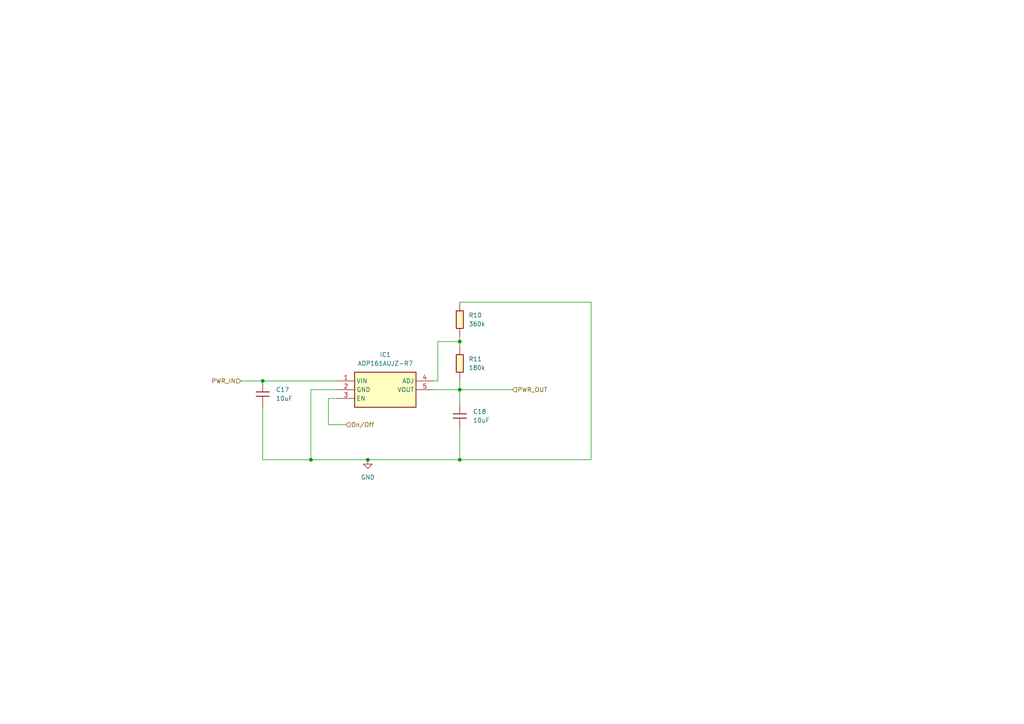
<source format=kicad_sch>
(kicad_sch (version 20231120) (generator "eeschema") (generator_version "8.0")
  (paper "A4")
  (title_block (title "LowNoise_BoostConverter_3.3V"))
  (lib_symbols
    (symbol "ADP161:ADP161AUJZ-R7"
      (property "Reference" "IC" (at 24.13 7.62 0))
      (property "Value" "ADP161AUJZ-R7" (at 24.13 5.08 0))
      (symbol "ADP161AUJZ-R7_1_1"
        (rectangle (start 5.08 2.54) (end 22.86 -7.62) (stroke (width 0.254)) (fill (type background)))
        (pin passive line (at 0 0 0) (length 5.08) (name "VIN") (number "1"))
        (pin passive line (at 0 -2.54 0) (length 5.08) (name "GND") (number "2"))
        (pin passive line (at 0 -5.08 0) (length 5.08) (name "EN") (number "3"))
        (pin passive line (at 27.94 0 180) (length 5.08) (name "ADJ") (number "4"))
        (pin passive line (at 27.94 -2.54 180) (length 5.08) (name "VOUT") (number "5"))
      )
    )
    (symbol "Fab:C_1206" (pin_numbers hide)
      (property "Reference" "C" (at 0.635 2.54 0))
      (property "Value" "C_1206" (at 0.635 -2.54 0))
      (symbol "C_1206_1_1"
        (polyline (pts (xy -1.905 -0.635) (xy 1.905 -0.635)) (stroke (width 0.25)))
        (polyline (pts (xy -1.905 0.635) (xy 1.905 0.635)) (stroke (width 0.25)))
        (pin passive line (at 0 3.81 270) (length 3.175) (name "~") (number "1"))
        (pin passive line (at 0 -3.81 90) (length 3.175) (name "~") (number "2"))
      )
    )
    (symbol "Fab:R_1206" (pin_numbers hide) (pin_names (offset 0))
      (property "Reference" "R" (at 2.54 0 90))
      (property "Value" "R_1206" (at -2.54 0 90))
      (symbol "R_1206_0_1"
        (rectangle (start -1.016 -2.54) (end 1.016 2.54) (stroke (width 0.254)) (fill (type background)))
      )
      (symbol "R_1206_1_1"
        (pin passive line (at 0 5.08 270) (length 2.54) (name "~") (number "1"))
        (pin passive line (at 0 -5.08 90) (length 2.54) (name "~") (number "2"))
      )
    )
    (symbol "power:GND" (power) (pin_numbers hide) (pin_names (offset 0) hide)
      (property "Value" "GND" (at 0 -3.81 0))
      (symbol "GND_0_1"
        (polyline (pts (xy 0 0) (xy 0 -1.27) (xy 1.27 -1.27) (xy 0 -2.54) (xy -1.27 -1.27) (xy 0 -1.27)))
      )
      (symbol "GND_1_1"
        (pin power_in line (at 0 0 270) (length 0) (name "~") (number "1"))
      )
    )
  )
  (junction (at 90.17 133.35))
  (junction (at 106.68 133.35))
  (junction (at 133.35 113.03))
  (junction (at 76.2 110.49))
  (junction (at 133.35 133.35))
  (junction (at 133.35 99.06))
  (wire (pts (xy 133.35 87.63) (xy 171.45 87.63)))
  (wire (pts (xy 76.2 133.35) (xy 90.17 133.35)))
  (wire (pts (xy 125.73 110.49) (xy 127 110.49)))
  (wire (pts (xy 133.35 113.03) (xy 133.35 116.84)))
  (wire (pts (xy 97.79 115.57) (xy 95.25 115.57)))
  (wire (pts (xy 127 99.06) (xy 133.35 99.06)))
  (wire (pts (xy 127 110.49) (xy 127 99.06)))
  (wire (pts (xy 133.35 124.46) (xy 133.35 133.35)))
  (wire (pts (xy 106.68 133.35) (xy 133.35 133.35)))
  (wire (pts (xy 133.35 110.49) (xy 133.35 113.03)))
  (wire (pts (xy 133.35 100.33) (xy 133.35 99.06)))
  (wire (pts (xy 95.25 123.19) (xy 100.33 123.19)))
  (wire (pts (xy 90.17 133.35) (xy 106.68 133.35)))
  (wire (pts (xy 76.2 110.49) (xy 97.79 110.49)))
  (wire (pts (xy 97.79 113.03) (xy 90.17 113.03)))
  (wire (pts (xy 125.73 113.03) (xy 133.35 113.03)))
  (wire (pts (xy 133.35 97.79) (xy 133.35 99.06)))
  (wire (pts (xy 133.35 133.35) (xy 171.45 133.35)))
  (wire (pts (xy 171.45 87.63) (xy 171.45 133.35)))
  (wire (pts (xy 90.17 113.03) (xy 90.17 133.35)))
  (wire (pts (xy 95.25 115.57) (xy 95.25 123.19)))
  (wire (pts (xy 69.85 110.49) (xy 76.2 110.49)))
  (wire (pts (xy 133.35 113.03) (xy 148.59 113.03)))
  (wire (pts (xy 76.2 118.11) (xy 76.2 133.35)))
  (hierarchical_label "On{slash}Off" (shape input) (at 100.33 123.19 0))
  (hierarchical_label "PWR_OUT" (shape input) (at 148.59 113.03 0))
  (hierarchical_label "PWR_IN" (shape input) (at 69.85 110.49 180))
  (symbol (lib_id "Fab:C_1206") (at 133.35 120.65 0) (unit 1)
    (property "Reference" "C18" (at 137.16 119.3799 0) (effects (justify left)))
    (property "Value" "10uF" (at 137.16 121.9199 0) (effects (justify left)))
    (property "Footprint" "fab:C_1206" (effects (hide yes)))
    (property "Datasheet" "https://www.yageo.com/upload/media/product/productsearch/datasheet/mlcc/UPY-GP_NP0_16V-to-50V_18.pdf" (effects (hide yes)))
    (property "Description" "Unpolarized capacitor, SMD, 1206" (effects (hide yes)))
  )
  (symbol (lib_id "Fab:R_1206") (at 133.35 105.41 0) (unit 1)
    (property "Reference" "R11" (at 135.89 104.1399 0) (effects (justify left)))
    (property "Value" "180k" (at 135.89 106.6799 0) (effects (justify left)))
    (property "Footprint" "fab:R_1206" (effects (hide yes)))
    (property "Description" "Resistor" (effects (hide yes)))
  )
  (symbol (lib_id "Fab:C_1206") (at 76.2 114.3 0) (unit 1)
    (property "Reference" "C17" (at 80.01 113.0299 0) (effects (justify left)))
    (property "Value" "10uF" (at 80.01 115.5699 0) (effects (justify left)))
    (property "Footprint" "fab:C_1206" (effects (hide yes)))
    (property "Datasheet" "https://www.yageo.com/upload/media/product/productsearch/datasheet/mlcc/UPY-GP_NP0_16V-to-50V_18.pdf" (effects (hide yes)))
    (property "Description" "Unpolarized capacitor, SMD, 1206" (effects (hide yes)))
  )
  (symbol (lib_id "ADP161:ADP161AUJZ-R7") (at 97.79 110.49 0) (unit 1)
    (property "Reference" "IC1" (at 111.76 102.87 0))
    (property "Value" "ADP161AUJZ-R7" (at 111.76 105.41 0))
    (property "Footprint" "SOT95P280X100-5N" (effects (hide yes)))
    (property "Datasheet" "https://componentsearchengine.com/Datasheets/2/ADP161AUJZ-R7.pdf" (effects (hide yes)))
    (property "Description" "Linear Voltage Regulators 150mA LDO Adj Vout w/ QOD" (effects (hide yes)))
    (property "Height" "1" (effects (hide yes)))
    (property "Manufacturer_Name" "Analog Devices" (effects (hide yes)))
    (property "Manufacturer_Part_Number" "ADP161AUJZ-R7" (effects (hide yes)))
    (property "Mouser Part Number" "584-ADP161AUJZ-R7" (effects (hide yes)))
    (property "Mouser Price/Stock" "https://www.mouser.co.uk/ProductDetail/Analog-Devices/ADP161AUJZ-R7?qs=WIvQP4zGangyIpkFfZw5gA%3D%3D" (effects (hide yes)))
    (property "Arrow Part Number" "ADP161AUJZ-R7" (effects (hide yes)))
    (property "Arrow Price/Stock" "https://www.arrow.com/en/products/adp161aujz-r7/analog-devices?region=nac" (effects (hide yes)))
  )
  (symbol (lib_id "power:GND") (at 106.68 133.35 0) (unit 1)
    (property "Reference" "#PWR03" (effects (hide yes)))
    (property "Value" "GND" (at 106.68 138.43 0))
    (property "Description" "Power symbol creates a global label with name \"GND\" , ground" (effects (hide yes)))
  )
  (symbol (lib_id "Fab:R_1206") (at 133.35 92.71 0) (unit 1)
    (property "Reference" "R10" (at 135.89 91.4399 0) (effects (justify left)))
    (property "Value" "360k" (at 135.89 93.9799 0) (effects (justify left)))
    (property "Footprint" "fab:R_1206" (effects (hide yes)))
    (property "Description" "Resistor" (effects (hide yes)))
  )
)
</source>
